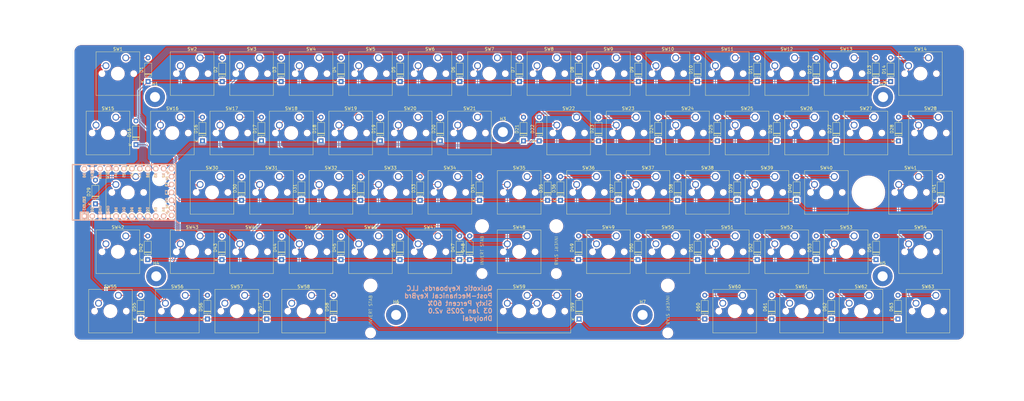
<source format=kicad_pcb>
(kicad_pcb (version 20240108) (generator "pcbnew") (generator_version "8.0")
  (title_block (title "Post-Mechanical 60 Percent") (date "2025-01-10") (rev "2") (company "Quixotic Keyboards, LLC") (comment 2 "Final for the new tight case and future minimalist case"))
  (layers (0 "F.Cu" signal) (31 "B.Cu" signal) (34 "B.Paste" user) (35 "F.Paste" user) (36 "B.SilkS" user "B.Silkscreen") (37 "F.SilkS" user "F.Silkscreen") (38 "B.Mask" user) (39 "F.Mask" user) (44 "Edge.Cuts" user))
  (net 0 "")
  (net 1 "Net-(D1-A)")
  (net 2 "Row0")
  (net 3 "Net-(D2-A)")
  (net 4 "Net-(D3-A)")
  (net 5 "Net-(D4-A)")
  (net 6 "Net-(D5-A)")
  (net 7 "Net-(D6-A)")
  (net 8 "Net-(D7-A)")
  (net 9 "Net-(D8-A)")
  (net 10 "Net-(D9-A)")
  (net 11 "Net-(D10-A)")
  (net 12 "Net-(D11-A)")
  (net 13 "Net-(D12-A)")
  (net 14 "Net-(D13-A)")
  (net 15 "Net-(D14-A)")
  (net 16 "Net-(D15-A)")
  (net 17 "Net-(D16-A)")
  (net 18 "Net-(D17-A)")
  (net 19 "Row1")
  (net 20 "Net-(D18-A)")
  (net 21 "Net-(D19-A)")
  (net 22 "Net-(D20-A)")
  (net 23 "Net-(D21-A)")
  (net 24 "Net-(D22-A)")
  (net 25 "Net-(D23-A)")
  (net 26 "Net-(D24-A)")
  (net 27 "Net-(D25-A)")
  (net 28 "Net-(D26-A)")
  (net 29 "Net-(D27-A)")
  (net 30 "Net-(D28-A)")
  (net 31 "Net-(D29-A)")
  (net 32 "Net-(D30-A)")
  (net 33 "Net-(D31-A)")
  (net 34 "Net-(D32-A)")
  (net 35 "Net-(D33-A)")
  (net 36 "Row2")
  (net 37 "Net-(D34-A)")
  (net 38 "Net-(D35-A)")
  (net 39 "Net-(D36-A)")
  (net 40 "Net-(D37-A)")
  (net 41 "Net-(D38-A)")
  (net 42 "Net-(D39-A)")
  (net 43 "Net-(D40-A)")
  (net 44 "Net-(D41-A)")
  (net 45 "Net-(D42-A)")
  (net 46 "Net-(D43-A)")
  (net 47 "Net-(D44-A)")
  (net 48 "Net-(D45-A)")
  (net 49 "Net-(D46-A)")
  (net 50 "Net-(D51-A)")
  (net 51 "Row3")
  (net 52 "Net-(D52-A)")
  (net 53 "Net-(D53-A)")
  (net 54 "Net-(D54-A)")
  (net 55 "Net-(D55-A)")
  (net 56 "Net-(D56-A)")
  (net 57 "Net-(D57-A)")
  (net 58 "Net-(D58-A)")
  (net 59 "Net-(D59-A)")
  (net 60 "Net-(D60-A)")
  (net 61 "Net-(D61-A)")
  (net 62 "Net-(D62-A)")
  (net 63 "Net-(D63-A)")
  (net 64 "Row4")
  (net 65 "Col0")
  (net 66 "Col1")
  (net 67 "Col2")
  (net 68 "Col3")
  (net 69 "Col4")
  (net 70 "Col5")
  (net 71 "Col6")
  (net 72 "Col7")
  (net 73 "Col8")
  (net 74 "Col9")
  (net 75 "Col10")
  (net 76 "Col11")
  (net 77 "Col12")
  (net 78 "Col13")
  (net 79 "Net-(D47-A)")
  (net 80 "Net-(D48-A)")
  (net 81 "Net-(D49-A)")
  (net 82 "Net-(D50-A)")
  (net 84 "+5V")
  (net 85 "GND")
  (footprint "Button_Switch_Keyboard:SW_Cherry_MX_1.00u_PCB" (layer "F.Cu") (at 134.105 89.5125)
    (property "Reference" "SW3")
    (property "Value" "SW_Push")
  )
  (footprint "Button_Switch_Keyboard:SW_Cherry_MX_1.00u_PCB" (layer "F.Cu") (at 324.605 146.6625)
    (property "Reference" "SW53")
    (property "Value" "SW_Push")
  )
  (footprint "Button_Switch_Keyboard:SW_Cherry_MX_1.00u_PCB" (layer "F.Cu") (at 286.505 89.5125)
    (property "Reference" "SW11")
    (property "Value" "SW_Push")
  )
  (footprint "Button_Switch_Keyboard:SW_Cherry_MX_1.00u_PCB" (layer "F.Cu") (at 159.51125 127.6125)
    (property "Reference" "SW32")
    (property "Value" "SW_Push")
  )
  (footprint "Diode_THT:D_DO-35_SOD27_P7.62mm_Horizontal" (layer "F.Cu") (at 198.21375 154.2825 90)
    (property "Reference" "D47")
    (property "Value" "1N4148")
  )
  (footprint "Button_Switch_Keyboard:SW_Cherry_MX_1.25u_PCB" (layer "F.Cu") (at 88.86375 165.7075)
    (property "Reference" "SW55")
    (property "Value" "SW_Push")
  )
  (footprint "Button_Switch_Keyboard:SW_Cherry_MX_1.00u_PCB" (layer "F.Cu") (at 311.89625 108.5625)
    (property "Reference" "SW26")
    (property "Value" "SW_Push")
  )
  (footprint "Button_Switch_Keyboard:SW_Cherry_MX_1.00u_PCB" (layer "F.Cu") (at 248.405 146.6625)
    (property "Reference" "SW49")
    (property "Value" "SW_Push")
  )
  (footprint "Button_Switch_Keyboard:SW_Cherry_MX_1.25u_PCB" (layer "F.Cu") (at 150.77375 165.7175)
    (property "Reference" "SW58")
    (property "Value" "SW_Push")
  )
  (footprint "Button_Switch_Keyboard:SW_Cherry_MX_1.00u_PCB" (layer "F.Cu") (at 115.05375 89.5125)
    (property "Reference" "SW2")
    (property "Value" "SW_Push")
  )
  (footprint "Diode_THT:D_DO-35_SOD27_P7.62mm_Horizontal" (layer "F.Cu") (at 141.16495 154.2825 90)
    (property "Reference" "D44")
    (property "Value" "1N4148")
  )
  (footprint "Diode_THT:D_DO-35_SOD27_P7.62mm_Horizontal" (layer "F.Cu") (at 185.56415 135.2325 90)
    (property "Reference" "D33")
    (property "Value" "1N4148")
  )
  (footprint "Button_Switch_Keyboard:SW_Cherry_MX_1.00u_PCB" (layer "F.Cu") (at 267.455 89.5125)
    (property "Reference" "SW10")
    (property "Value" "SW_Push")
  )
  (footprint "Diode_THT:D_DO-35_SOD27_P7.62mm_Horizontal" (layer "F.Cu") (at 217.39035 97.1325 90)
    (property "Reference" "D7")
    (property "Value" "1N4148")
  )
  (footprint "Diode_THT:D_DO-35_SOD27_P7.62mm_Horizontal" (layer "F.Cu") (at 338.65 173.3 90)
    (property "Reference" "D63")
    (property "Value" "1N4148")
  )
  (footprint "Diode_THT:D_DO-35_SOD27_P7.62mm_Horizontal" (layer "F.Cu") (at 179.16335 97.1325 90)
    (property "Reference" "D5")
    (property "Value" "1N4148")
  )
  (footprint "MountingHole:MountingHole_3.2mm_M3_Pad" (layer "F.Cu") (at 333.74775 159.6)
    (property "Reference" "H5")
    (property "Value" "Hole")
  )
  (footprint "Diode_THT:D_DO-35_SOD27_P7.62mm_Horizontal" (layer "F.Cu") (at 198.26415 97.1325 90)
    (property "Reference" "D6")
    (property "Value" "1N4148")
  )
  (footprint "Diode_THT:D_DO-35_SOD27_P7.62mm_Horizontal" (layer "F.Cu") (at 166.48875 135.2325 90)
    (property "Reference" "D32")
    (property "Value" "1N4148")
  )
  (footprint "Diode_THT:D_DO-35_SOD27_P7.62mm_Horizontal" (layer "F.Cu") (at 218.68375 116.1825 90)
    (property "Reference" "D21")
    (property "Value" "1N4148")
  )
  (footprint "Diode_THT:D_DO-35_SOD27_P7.62mm_Horizontal" (layer "F.Cu") (at 318.88875 116.1825 90)
    (property "Reference" "D27")
    (property "Value" "1N4148")
  )
  (footprint "Diode_THT:D_DO-35_SOD27_P7.62mm_Horizontal" (layer "F.Cu") (at 306.18875 135.2325 90)
    (property "Reference" "D40")
    (property "Value" "1N4148")
  )
  (footprint "Diode_THT:D_DO-35_SOD27_P7.62mm_Horizontal" (layer "F.Cu") (at 336.3 97.1325 90)
    (property "Reference" "D14")
    (property "Value" "1N4148")
  )
  (footprint "Diode_THT:D_DO-35_SOD27_P7.62mm_Horizontal" (layer "F.Cu") (at 94.51375 117.3775 90)
    (property "Reference" "D15")
    (property "Value" "1N4148")
  )
  (footprint "Button_Switch_Keyboard:SW_Cherry_MX_1.00u_PCB" (layer "F.Cu") (at 329.3675 165.7125)
    (property "Reference" "SW62")
    (property "Value" "SW_Push")
  )
  (footprint "Dholydai_MX:SW_Cherry_MX_1.8333u_PCB" (layer "F.Cu") (at 94.42125 127.61375)
    (property "Reference" "SW29")
    (property "Value" "SW_Push")
  )
  (footprint "Diode_THT:D_DO-35_SOD27_P7.62mm_Horizontal" (layer "F.Cu") (at 299.86415 116.1825 90)
    (property "Reference" "D26")
    (property "Value" "1N4148")
  )
  (footprint "Diode_THT:D_DO-35_SOD27_P7.62mm_Horizontal" (layer "F.Cu") (at 274.46415 154.2825 90)
    (property "Reference" "D51")
    (property "Value" "1N4148")
  )
  (footprint "Button_Switch_Keyboard:SW_Cherry_MX_1.00u_PCB" (layer "F.Cu") (at 108.7025 108.5625)
    (property "Reference" "SW16")
    (property "Value" "SW_Push")
  )
  (footprint "MountingHole:MountingHole_3.2mm_M3_Pad" (layer "F.Cu") (at 212.07375 113.3175)
    (property "Reference" "H3")
    (property "Value" "Hole")
  )
  (footprint "Diode_THT:D_DO-35_SOD27_P7.62mm_Horizontal" (layer "F.Cu") (at 280.78875 116.1825 90)
    (property "Reference" "D25")
    (property "Value" "1N4148")
  )
  (footprint "Diode_THT:D_DO-35_SOD27_P7.62mm_Horizontal" (layer "F.Cu") (at 338.82775 116.1825 90)
    (property "Reference" "D28")
    (property "Value" "1N4148")
  )
  (footprint "Button_Switch_Keyboard:SW_Cherry_MX_1.00u_PCB" (layer "F.Cu") (at 235.69375 108.5625)
    (property "Reference" "SW22")
    (property "Value" "SW_Push")
  )
  (footprint "Button_Switch_Keyboard:SW_Cherry_MX_1.00u_PCB" (layer "F.Cu") (at 310.3175 165.7125)
    (property "Reference" "SW61")
    (property "Value" "SW_Push")
  )
  (footprint "Diode_THT:D_DO-35_SOD27_P7.62mm_Horizontal" (layer "F.Cu") (at 268.03795 135.2325 90)
    (property "Reference" "D38")
    (property "Value" "1N4148")
  )
  (footprint "Button_Switch_Keyboard:SW_Cherry_MX_1.00u_PCB" (layer "F.Cu") (at 286.505 146.6625)
    (property "Reference" "SW51")
    (property "Value" "SW_Push")
  )
  (footprint "Button_Switch_Keyboard:SW_Cherry_MX_1.00u_PCB" (layer "F.Cu") (at 146.8025 108.5625)
    (property "Reference" "SW18")
    (property "Value" "SW_Push")
  )
  (footprint "Button_Switch_Keyboard:SW_Cherry_MX_1.00u_PCB" (layer "F.Cu") (at 318.25625 127.61375)
    (property "Reference" "SW40")
    (property "Value" "SW_Push" (hide yes))
  )
  (footprint "Button_Switch_Keyboard:SW_Cherry_MX_1.00u_PCB" (layer "F.Cu") (at 324.605 89.5125)
    (property "Reference" "SW13")
    (property "Value" "SW_Push")
  )
  (footprint "Diode_THT:D_DO-35_SOD27_P7.62mm_Horizontal" (layer "F.Cu") (at 261.81495 116.1825 90)
    (property "Reference" "D24")
    (property "Value" "1N4148")
  )
  (footprint "Diode_THT:D_DO-35_SOD27_P7.62mm_Horizontal" (layer "F.Cu") (at 98.39135 97.1325 90)
    (property "Reference" "D1")
    (property "Value" "1N4148")
  )
  (footprint "MountingHole:MountingHole_3.2mm_M3_Pad" (layer "F.Cu") (at 101 159.6)
    (property "Reference" "H4")
    (property "Value" "Hole")
  )
  (footprint "Button_Switch_Keyboard:SW_Cherry_MX_1.00u_PCB" (layer "F.Cu") (at 229.355 89.5125)
    (property "Reference" "SW8")
    (property "Value" "SW_Push")
  )
  (footprint "Diode_THT:D_DO-35_SOD27_P7.62mm_Horizontal" (layer "F.Cu") (at 312.46255 154.2825 90)
    (property "Reference" "D53")
    (property "Value" "1N4148")
  )
  (footprint "Diode_THT:D_DO-35_SOD27_P7.62mm_Horizontal" (layer "F.Cu") (at 287.16415 135.2325 90)
    (property "Reference" "D39")
    (property "Value" "1N4148")
  )
  (footprint "Dholydai_MX:SW_Cherry_MX_1.8333u_PCB" (layer "F.Cu") (at 345.23625 127.61375)
    (property "Reference" "SW41")
    (property "Value" "SW_Push")
  )
  (footprint "Diode_THT:D_DO-35_SOD27_P7.62mm_Horizontal" (layer "F.Cu") (at 179.11375 154.2825 90)
    (property "Reference" "D46")
    (property "Value" "1N4148")
  )
  (footprint "Button_Switch_Keyboard:SW_Cherry_MX_1.25u_PCB" (layer "F.Cu") (at 288.88625 165.7125)
    (property "Reference" "SW60")
    (property "Value" "SW_Push")
  )
  (footprint "Dholydai_MX:SW_Cherry_MX_1.1666u_PCB" (layer "F.Cu") (at 351.58625 108.5625)
    (property "Reference" "SW28")
    (property "Value" "SW_Push")
  )
  (footprint "Button_Switch_Keyboard:SW_Cherry_MX_1.00u_PCB" (layer "F.Cu") (at 165.8525 108.5625)
    (property "Reference" "SW19")
    (property "Value" "SW_Push")
  )
  (footprint "Diode_THT:D_DO-35_SOD27_P7.62mm_Horizontal" (layer "F.Cu") (at 96.00375 173.3 90)
    (property "Reference" "D55")
    (property "Value" "1N4148")
  )
  (footprint "Diode_THT:D_DO-35_SOD27_P7.62mm_Horizontal" (layer "F.Cu") (at 204.58875 135.2325 90)
    (property "Reference" "D34")
    (property "Value" "1N4148")
  )
  (footprint "Diode_THT:D_DO-35_SOD27_P7.62mm_Horizontal" (layer "F.Cu") (at 115.81375 116.1825 90)
    (property "Reference" "D16")
    (property "Value" "1N4148")
  )
  (footprint "Diode_THT:D_DO-35_SOD27_P7.62mm_Horizontal" (layer "F.Cu") (at 236.46575 173.3 90)
    (property "Reference" "D59")
    (property "Value" "1N4148")
  )
  (footprint "Button_Switch_Keyboard:SW_Cherry_MX_1.00u_PCB" (layer "F.Cu") (at 305.555 146.6625)
    (property "Reference" "SW52")
    (property "Value" "SW_Push")
  )
  (footprint "Dholydai_MX:SW_Ch_Inv_MX_6.00u_PCB_Stagger" (layer "F.Cu") (at 219.830633 165.715605)
    (property "Reference" "SW59")
    (property "Value" "SW_Push")
  )
  (footprint "Diode_THT:D_DO-35_SOD27_P7.62mm_Horizontal" (layer "F.Cu") (at 226.4 135.2325 90)
    (property "Reference" "D35")
    (property "Value" "1N4148")
  )
  (footprint "Diode_THT:D_DO-35_SOD27_P7.62mm_Horizontal" (layer "F.Cu") (at 141.01255 97.1325 90)
    (property "Reference" "D3")
    (property "Value" "1N4148")
  )
  (footprint "Button_Switch_Keyboard:SW_Cherry_MX_1.00u_PCB" (layer "F.Cu") (at 172.205 89.5125)
    (property "Reference" "SW5")
    (property "Value" "SW_Push")
  )
  (footprint "Button_Switch_Keyboard:SW_Cherry_MX_1.50u_PCB" (layer "F.Cu") (at 348.4175 146.6625)
    (property "Reference" "SW54")
    (property "Value" "SW_Push")
  )
  (footprint "Button_Switch_Keyboard:SW_Cherry_MX_1.00u_PCB" (layer "F.Cu") (at 305.555 89.5125)
    (property "Reference" "SW12")
    (property "Value" "SW_Push")
  )
  (footprint "MountingHole:MountingHole_3.2mm_M3_Pad" (layer "F.Cu") (at 100.6 102.1)
    (property "Reference" "H1")
    (property "Value" "Hole")
  )
  (footprint "Button_Switch_Keyboard:SW_Cherry_MX_1.00u_PCB" (layer "F.Cu") (at 203.95375 108.5625)
    (property "Reference" "SW21")
    (property "Value" "SW_Push")
  )
  (footprint "Button_Switch_Keyboard:SW_Cherry_MX_1.00u_PCB" (layer "F.Cu") (at 191.255 89.5125)
    (property "Reference" "SW6")
    (property "Value" "SW_Push")
  )
  (footprint "Diode_THT:D_DO-35_SOD27_P7.62mm_Horizontal" (layer "F.Cu") (at 160.21495 97.1325 90)
    (property "Reference" "D4")
    (property "Value" "1N4148")
  )
  (footprint "Button_Switch_Keyboard:SW_Cherry_MX_1.00u_PCB" (layer "F.Cu") (at 197.61125 127.6125)
    (property "Reference" "SW34")
    (property "Value" "SW_Push")
  )
  (footprint "Button_Switch_Keyboard:SW_Cherry_MX_1.00u_PCB" (layer "F.Cu") (at 115.055 146.6625)
    (property "Reference" "SW43")
    (property "Value" "SW_Push")
  )
  (footprint "Diode_THT:D_DO-35_SOD27_P7.62mm_Horizontal" (layer "F.Cu") (at 201.41375 154.2825 90)
    (property "Reference" "D48")
    (property "Value" "1N4148")
  )
  (footprint "Button_Switch_Keyboard:SW_Cherry_MX_1.50u_PCB" (layer "F.Cu") (at 91.24125 89.5125)
    (property "Reference" "SW1")
    (property "Value" "SW_Push")
  )
  (footprint "Diode_THT:D_DO-35_SOD27_P7.62mm_Horizontal" (layer "F.Cu") (at 136.40375 173.3 90)
    (property "Reference" "D57")
    (property "Value" "1N4148")
  )
  (footprint "Button_Switch_Keyboard:SW_Cherry_MX_1.00u_PCB" (layer "F.Cu") (at 267.45375 146.6575)
    (property "Reference" "SW50")
    (property "Value" "SW_Push")
  )
  (footprint "Button_Switch_Keyboard:SW_Cherry_MX_1.00u_PCB" (layer "F.Cu") (at 273.79625 108.5625)
    (property "Reference" "SW24")
    (property "Value" "SW_Push")
  )
  (footprint "Button_Switch_Keyboard:SW_Cherry_MX_1.00u_PCB" (layer "F.Cu") (at 210.305 89.5125)
    (property "Reference" "SW7")
    (property "Value" "SW_Push")
  )
  (footprint "Button_Switch_Keyboard:SW_Cherry_MX_1.00u_PCB" (layer "F.Cu") (at 261.10625 127.61375)
    (property "Reference" "SW37")
    (property "Value" "SW_Push")
  )
  (footprint "MountingHole:MountingHole_3.2mm_M3_Pad" (layer "F.Cu") (at 177.85 172)
    (property "Reference" "H6")
    (property "Value" "Hole")
  )
  (footprint "Button_Switch_Keyboard:SW_Cherry_MX_1.00u_PCB" (layer "F.Cu") (at 242.05625 127.61375)
    (property "Reference" "SW36")
    (property "Value" "SW_Push")
  )
  (footprint "Diode_THT:D_DO-35_SOD27_P7.62mm_Horizontal" (layer "F.Cu") (at 230.52215 135.2325 90)
    (property "Reference" "D36")
    (property "Value" "1N4148")
  )
  (footprint "Dholydai_MX:SW_Ch_Inv_MX_2.00u_PCB" (layer "F.Cu") (at 219.827439 146.663531)
    (property "Reference" "SW48")
    (property "Value" "SW_Push")
  )
  (footprint "Button_Switch_Keyboard:SW_Cherry_MX_1.00u_PCB" (layer "F.Cu") (at 129.3425 165.7125)
    (property "Reference" "SW57")
    (property "Value" "SW_Push")
  )
  (footprint "Diode_THT:D_DO-35_SOD27_P7.62mm_Horizontal" (layer "F.Cu") (at 249.03875 135.2325 90)
    (property "Reference" "D37")
    (property "Value" "1N4148")
  )
  (footprint "Diode_THT:D_DO-35_SOD27_P7.62mm_Horizontal" (layer "F.Cu") (at 134.71335 116.1825 90)
    (property "Reference" "D17")
    (property "Value" "1N4148")
  )
  (footprint "Diode_THT:D_DO-35_SOD27_P7.62mm_Horizontal" (layer "F.Cu") (at 122.03875 154.2825 90)
    (property "Reference" "D43")
    (property "Value" "1N4148")
  )
  (footprint "Diode_THT:D_DO-35_SOD27_P7.62mm_Horizontal" (layer "F.Cu") (at 317.306 173.3 90)
    (property "Reference" "D62")
    (property "Value" "1N4148")
  )
  (footprint "Button_Switch_Keyboard:SW_Cherry_MX_1.00u_PCB" (layer "F.Cu") (at 178.56125 127.6125)
    (property "Reference" "SW33")
    (property "Value" "SW_Push")
  )
  (footprint "Diode_THT:D_DO-35_SOD27_P7.62mm_Horizontal" (layer "F.Cu") (at 331.56335 97.1325 90)
    (property "Reference" "D13")
    (property "Value" "1N4148")
  )
  (footprint "Diode_THT:D_DO-35_SOD27_P7.62mm_Horizontal" (layer "F.Cu") (at 147.54035 135.2325 90)
    (property "Reference" "D31")
    (property "Value" "1N4148")
  )
  (footprint "Diode_THT:D_DO-35_SOD27_P7.62mm_Horizontal" (layer "F.Cu") (at 191.990351 116.1825 90)
    (property "Reference" "D20")
    (property "Value" "1N4148")
  )
  (footprint "Button_Switch_Keyboard:SW_Cherry_MX_1.00u_PCB" (layer "F.Cu") (at 153.155 89.5125)
    (property "Reference" "SW4")
    (property "Value" "SW_Push")
  )
  (footprint "MountingHole:MountingHole_3.2mm_M3_Pad" (layer "F.Cu") (at 333.892555 102.1)
    (property "Reference" "H2")
    (property "Value" "Hole")
  )
  (footprint "Button_Switch_Keyboard:SW_Cherry_MX_1.25u_PCB" (layer "F.Cu") (at 350.79875 165.7125)
    (property "Reference" "SW63")
    (property "Value" "SW_Push")
  )
  (footprint "Button_Switch_Keyboard:SW_Cherry_MX_1.00u_PCB" (layer "F.Cu") (at 292.84625 108.5625)
    (property "Reference" "SW25")
    (property "Value" "SW_Push")
  )
  (footprint "Button_Switch_Keyboard:SW_Cherry_MX_1.00u_PCB" (layer "F.Cu") (at 121.41125 127.6125)
    (property "Reference" "SW30")
    (property "Value" "SW_Push")
  )
  (footprint "Diode_THT:D_DO-35_SOD27_P7.62mm_Horizontal" (layer "F.Cu") (at 117.40375 173.3 90)
    (property "Reference" "D56")
    (property "Value" "1N4148")
  )
  (footprint "Diode_THT:D_DO-35_SOD27_P7.62mm_Horizontal" (layer "F.Cu") (at 312.48795 97.1325 90)
    (property "Reference" "D12")
    (property "Value" "1N4148")
  )
  (footprint "Button_Switch_Keyboard:SW_Cherry_MX_1.50u_PCB" (layer "F.Cu") (at 348.4175 89.5125)
    (property "Reference" "SW14")
    (property "Value" "SW_Push")
  )
  (footprint "Keebio-Parts:Elite-C" (layer "F.Cu") (at 91.94375 132.6875)
    (property "Reference" "U1" (hide yes))
    (property "Value" "Elite-C" (hide yes))
  )
  (footprint "Button_Switch_Keyboard:SW_Cherry_MX_1.00u_PCB" (layer "F.Cu") (at 172.205 146.6625)
    (property "Reference" "SW46")
    (property "Value" "SW_Push")
  )
  (footprint "Button_Switch_Keyboard:SW_Cherry_MX_1.00u_PCB" (layer "F.Cu") (at 299.20625 127.61375)
    (property "Reference" "SW39")
    (property "Value" "SW_Push")
  )
  (footprint "Button_Switch_Keyboard:SW_Cherry_MX_1.00u_PCB" (layer "F.Cu") (at 140.46125 127.6125)
    (property "Reference" "SW31")
    (property "Value" "SW_Push")
  )
  (footprint "Diode_THT:D_DO-35_SOD27_P7.62mm_Horizontal" (layer "F.Cu") (at 223.68955 116.1825 90)
    (property "Reference" "D22")
    (property "Value" "1N4148")
  )
  (footprint "Dholydai_MX:SW_Cherry_MX_1.3333u_PCB" (layer "F.Cu") (at 219.83625 127.61375)
    (property "Reference" "SW35")
    (property "Value" "SW_Push")
  )
  (footprint "Diode_THT:D_DO-35_SOD27_P7.62mm_Horizontal" (layer "F.Cu") (at 293.56495 154.2825 90)
    (property "Reference" "D52")
    (property "Value" "1N4148")
  )
  (footprint "Diode_THT:D_DO-35_SOD27_P7.62mm_Horizontal" (layer "F.Cu") (at 276.75015 173.3 90)
    (property "Reference" "D60")
    (property "Value" "1N4148")
  )
  (footprint "Diode_THT:D_DO-35_SOD27_P7.62mm_Horizontal" (layer "F.Cu") (at 157.82735 173.3 90)
    (property "Reference" "D58")
    (property "Value" "1N4148")
  )
  (footprint "Diode_THT:D_DO-35_SOD27_P7.62mm_Horizontal" (layer "F.Cu") (at 293.56495 97.1325 90)
    (property "Reference" "D11")
    (property "Value" "1N4148")
  )
  (footprint "Diode_THT:D_DO-35_SOD27_P7.62mm_Horizontal" (layer "F.Cu") (at 352.33375 135.2325 90)
    (property "Reference" "D41")
    (property "Value" "1N4148")
  )
  (footprint "Diode_THT:D_DO-35_SOD27_P7.62mm_Horizontal" (layer "F.Cu") (at 242.71415 116.1825 90)
    (property "Reference" "D23")
    (property "Value" "1N4148")
  )
  (footprint "Diode_THT:D_DO-35_SOD27_P7.62mm_Horizontal" (layer "F.Cu") (at 236.31335 154.2825 90)
    (property "Reference" "D49")
    (property "Value" "1N4148")
  )
  (footprint "Diode_THT:D_DO-35_SOD27_P7.62mm_Horizontal" (layer "F.Cu") (at 331.63955 154.2825 90)
    (property "Reference" "D54")
    (property "Value" "1N4148")
  )
  (footprint "Button_Switch_Keyboard:SW_Cherry_MX_1.00u_PCB" (layer "F.Cu") (at 248.405 89.5125)
    (property "Reference" "SW9")
    (property "Value" "SW_Push")
  )
  (footprint "Button_Switch_Keyboard:SW_Cherry_MX_1.00u_PCB" (layer "F.Cu") (at 191.255 146.6625)
    (property "Reference" "SW47")
    (property "Value" "SW_Push")
  )
  (footprint "Dholydai_MX:SW_Cherry_MX_1.1666u_PCB" (layer "F.Cu") (at 88.06625 108.5625)
    (property "Reference" "SW15")
    (property "Value" "SW_Push")
  )
  (footprint "Diode_THT:D_DO-35_SOD27_P7.62mm_Horizontal" (layer "F.Cu") (at 160.18955 154.2825 90)
    (property "Reference" "D45")
    (property "Value" "1N4148")
  )
  (footprint "Diode_THT:D_DO-35_SOD27_P7.62mm_Horizontal" (layer "F.Cu") (at 122.14035 97.1325 90)
    (property "Reference" "D2")
    (property "Value" "1N4148")
  )
  (footprint "Button_Switch_Keyboard:SW_Cherry_MX_1.00u_PCB" (layer "F.Cu") (at 184.9025 108.5625)
    (property "Reference" "SW20")
    (property "Value" "SW_Push")
  )
  (footprint "Diode_THT:D_DO-35_SOD27_P7.62mm_Horizontal" (layer "F.Cu") (at 298.2 173.3 90)
    (property "Reference" "D61")
    (property "Value" "1N4148")
  )
  (footprint "Diode_THT:D_DO-35_SOD27_P7.62mm_Horizontal" (layer "F.Cu") (at 255.36335 154.2825 90)
    (property "Reference" "D50")
    (property "Value" "1N4148")
  )
  (footprint "Diode_THT:D_DO-35_SOD27_P7.62mm_Horizontal" (layer "F.Cu") (at 172.78795 116.1825 90)
    (property "Reference" "D19")
    (property "Value" "1N4148")
  )
  (footprint "Diode_THT:D_DO-35_SOD27_P7.62mm_Horizontal" (layer "F.Cu") (at 81.51375 136.3775 90)
    (property "Reference" "D29")
    (property "Value" "1N4148")
  )
  (footprint "Button_Switch_Keyboard:SW_Cherry_MX_1.00u_PCB" (layer "F.Cu") (at 280.15625 127.61375)
    (property "Reference" "SW38")
    (property "Value" "SW_Push")
  )
  (footprint "Button_Switch_Keyboard:SW_Cherry_MX_1.00u_PCB" (layer "F.Cu") (at 127.7525 108.5625)
    (property "Reference" "SW17")
    (property "Value" "SW_Push")
  )
  (footprint "MountingHole:MountingHole_3.2mm_M3_Pad" (layer "F.Cu") (at 256.85 172)
    (property "Reference" "H7")
    (property "Value" "Hole")
  )
  (footprint "Button_Switch_Keyboard:SW_Cherry_MX_1.00u_PCB" (layer "F.Cu") (at 110.2925 165.7125)
    (property "Reference" "SW56")
    (property "Value" "SW_Push")
  )
  (footprint "Diode_THT:D_DO-35_SOD27_P7.62mm_Horizontal" (layer "F.Cu") (at 98.28975 154.2825 90)
    (property "Reference" "D42")
    (property "Value" "1N4148")
  )
  (footprint "Button_Switch_Keyboard:SW_Cherry_MX_1.00u_PCB" (layer "F.Cu") (at 134.105 146.6625)
    (property "Reference" "SW44")
    (property "Value" "SW_Push")
  )
  (footprint "Button_Switch_Keyboard:SW_Cherry_MX_1.50u_PCB" (layer "F.Cu") (at 91.2425 146.6625)
    (property "Reference" "SW42")
    (property "Value" "SW_Push")
  )
  (footprint "Button_Switch_Keyboard:SW_Cherry_MX_1.00u_PCB" (layer "F.Cu") (at 153.155 146.6625)
    (property "Reference" "SW45")
    (property "Value" "SW_Push")
  )
  (footprint "Diode_THT:D_DO-35_SOD27_P7.62mm_Horizontal" (layer "F.Cu") (at 255.49035 97.1325 90)
    (property "Reference" "D9")
    (property "Value" "1N4148")
  )
  (footprint "Diode_THT:D_DO-35_SOD27_P7.62mm_Horizontal" (layer "F.Cu") (at 274.43875 97.1325 90)
    (property "Reference" "D10")
    (property "Value" "1N4148")
  )
  (footprint "Button_Switch_Keyboard:SW_Cherry_MX_1.00u_PCB" (layer "F.Cu") (at 254.74625 108.5625)
    (property "Reference" "SW23")
    (property "Value" "SW_Push")
  )
  (footprint "Diode_THT:D_DO-35_SOD27_P7.62mm_Horizontal" (layer "F.Cu") (at 128.33795 135.2325 90)
    (property "Reference" "D30")
    (property "Value" "1N4148")
  )
  (footprint "Diode_THT:D_DO-35_SOD27_P7.62mm_Horizontal" (layer "F.Cu") (at 153.81415 116.1825 90)
    (property "Reference" "D18")
    (property "Value" "1N4148")
  )
  (footprint "Button_Switch_Keyboard:SW_Cherry_MX_1.00u_PCB" (layer "F.Cu") (at 330.94625 108.5625)
    (property "Reference" "SW27")
    (property "Value" "SW_Push")
  )
  (footprint "Diode_THT:D_DO-35_SOD27_P7.62mm_Horizontal" (layer "F.Cu") (at 236.38955 97.1325 90)
    (property "Reference" "D8")
    (property "Value" "1N4148")
  )
  (gr_arc (start 74.41375 87.6075) (mid 75.157699 85.811449) (end 76.95375 85.0675) (stroke (width 0.05)) (layer "Edge.Cuts"))
  (gr_circle (center 329.18375 132.6575) (end 334.18375 132.6575) (stroke (width 0.05)) (fill none) (layer "Edge.Cuts"))
  (gr_line (start 76.95375 85.0675) (end 357.62375 85.0675) (stroke (width 0.05)) (layer "Edge.Cuts"))
  (gr_line (start 76.9537 180.3175) (end 357.625667 180.3175) (stroke (width 0.05)) (layer "Edge.Cuts"))
  (gr_line (start 74.41375 176) (end 74.41375 87.6075) (stroke (width 0.05)) (layer "Edge.Cuts"))
  (gr_arc (start 360.165667 177.775593) (mid 359.421694 179.57162) (end 357.625667 180.315593) (stroke (width 0.05)) (layer "Edge.Cuts"))
  (gr_circle (center 102.05 136.95) (end 104.05 136.95) (stroke (width 0.05)) (fill none) (layer "Edge.Cuts"))
  (gr_line (start 360.16375 87.6075) (end 360.16375 177.775593) (stroke (width 0.05)) (layer "Edge.Cuts"))
  (gr_arc (start 357.62375 85.0675) (mid 359.419801 85.811449) (end 360.16375 87.6075) (stroke (width 0.05)) (layer "Edge.Cuts"))
  (gr_arc (start 76.9537 180.3175) (mid 75.157681 179.573534) (end 74.4137 177.7775) (stroke (width 0.05)) (layer "Edge.Cuts"))
  (gr_line (start 74.41375 176) (end 74.41375 177.7775) (stroke (width 0.05)) (layer "Edge.Cuts"))
  (gr_circle (center 102.05 128.3) (end 104.05 128.3) (stroke (width 0.05)) (fill none) (layer "Edge.Cuts"))
  (gr_text "Quixotic Keyboards, LLC\nPost-Mechanical KeyBrd\nSixty Percent 60%\n03 Jan 2025 v2.0\nDholydai" (at 208.88135 174 0) (layer "B.SilkS") (effects (font (size 1.5 1.5) (thickness 0.3) (bold yes)) (justify left bottom mirror)))
  (segment (start 91.24125 89.5125) (end 98.39135 89.5125) (width 0.2) (layer "F.Cu") (net 1))
  (segment (start 95.29255 108.980665) (end 95.29255 100.2313) (width 0.2) (layer "F.Cu") (net 2))
  (segment (start 107.09005 121.5438) (end 95.61375 110.0675) (width 0.2) (layer "F.Cu") (net 2))
  (segment (start 105.91375 127.6075) (end 107.09005 126.4312) (width 0.2) (layer "F.Cu") (net 2))
  (segment (start 95.61375 109.301865) (end 95.29255 108.980665) (width 0.2) (layer "F.Cu") (net 2))
  (segment (start 107.09005 126.4312) (end 107.09005 121.5438) (width 0.2) (layer "F.Cu") (net 2))
  (segment (start 95.61375 110.0675) (end 95.61375 109.301865) (width 0.2) (layer "F.Cu") (net 2))
  (segment (start 95.29255 100.2313) (end 98.39135 97.1325) (width 0.2) (layer "F.Cu") (net 2))
  (segment (start 179.16335 97.1325) (end 160.21495 97.1325) (width 0.2) (layer "B.Cu") (net 2))
  (segment (start 255.814436 97.1325) (end 255.652393 97.294543) (width 0.2) (layer "B.Cu") (net 2))
  (segment (start 255.46495 97.1325) (end 236.38955 97.1325) (width 0.2) (layer "B.Cu") (net 2))
  (segment (start 160.21495 97.1325) (end 141.01255 97.1325) (width 0.2) (layer "B.Cu") (net 2))
  (segment (start 274.43875 97.1325) (end 255.814436 97.1325) (width 0.2) (layer "B.Cu") (net 2))
  (segment (start 255.49035 97.1071) (end 255.46495 97.1325) (width 0.2) (layer "B.Cu") (net 2))
  (segment (start 312.48795 97.1325) (end 293.56495 97.1325) (width 0.2) (layer "B.Cu") (net 2))
  (segment (start 293.56495 97.1325) (end 274.43875 97.1325) (width 0.2) (layer "B.Cu") (net 2))
  (segment (start 217.39035 97.1325) (end 198.26415 97.1325) (width 0.2) (layer "B.Cu") (net 2))
  (segment (start 198.26415 97.1325) (end 179.16335 97.1325) (width 0.2) (layer "B.Cu") (net 2))
  (segment (start 236.38955 97.1325) (end 217.39035 97.1325) (width 0.2) (layer "B.Cu") (net 2))
  (segment (start 331.56335 97.1325) (end 312.48795 97.1325) (width 0.2) (layer "B.Cu") (net 2))
  (segment (start 255.49035 97.1325) (end 255.49035 97.1071) (width 0.2) (layer "B.Cu") (net 2))
  (segment (start 336.3 97.1325) (end 336.3 97.19555) (width 0.2) (layer "B.Cu") (net 2))
  (segment (start 336.23695 97.1325) (end 331.56335 97.1325) (width 0.2) (layer "B.Cu") (net 2))
  (segment (start 122.14035 97.1325) (end 98.39135 97.1325) (width 0.2) (layer "B.Cu") (net 2))
  (segment (start 141.01255 97.1325) (end 122.14035 97.1325) (width 0.2) (layer "B.Cu") (net 2))
  (segment (start 336.3 97.19555) (end 336.23695 97.1325) (width 0.2) (layer "B.Cu") (net 2))
  (segment (start 115.05375 89.5125) (end 122.14035 89.5125) (width 0.2) (layer "F.Cu") (net 3))
  (segment (start 134.105 89.5125) (end 141.01255 89.5125) (width 0.2) (layer "F.Cu") (net 4))
  (segment (start 153.155 89.5125) (end 160.21495 89.5125) (width 0.2) (layer "F.Cu") (net 5))
  (segment (start 172.205 89.5125) (end 179.16335 89.5125) (width 0.2) (layer "F.Cu") (net 6))
  (segment (start 191.255 89.5125) (end 198.26415 89.5125) (width 0.2) (layer "F.Cu") (net 7))
  (segment (start 210.305 89.5125) (end 217.39035 89.5125) (width 0.2) (layer "F.Cu") (net 8))
  (segment (start 229.355 89.5125) (end 236.38955 89.5125) (width 0.2) (layer "F.Cu") (net 9))
  (segment (start 248.405 89.5125) (end 255.49035 89.5125) (width 0.2) (layer "F.Cu") (net 10))
  (segment (start 267.455 89.5125) (end 274.43875 89.5125) (width 0.2) (layer "F.Cu") (net 11))
  (segment (start 286.52375 89.53125) (end 286.505 89.5125) (width 0.2) (layer "F.Cu") (net 12))
  (segment (start 286.505 89.5125) (end 293.56495 89.5125) (width 0.2) (layer "F.Cu") (net 12))
  (segment (start 305.555 89.5125) (end 312.48795 89.5125) (width 0.2) (layer "F.Cu") (net 13))
  (segment (start 324.605 89.5125) (end 331.56335 89.5125) (width 0.2) (layer "F.Cu") (net 14))
  (segment (start 348.4175 89.5125) (end 336.3 89.5125) (width 0.2) (layer "F.Cu") (net 15))
  (segment (start 93.31875 108.5625) (end 94.51375 109.7575) (width 0.2) (layer "F.Cu") (net 16))
  (segment (start 88.06625 108.5625) (end 93.31875 108.5625) (width 0.2) (layer "F.Cu") (net 16))
  (segment (start 108.7025 108.5625) (end 115.81375 108.5625) (width 0.2) (layer "F.Cu") (net 17))
  (segment (start 127.7525 108.5625) (end 134.71335 108.5625) (width 0.2) (layer "F.Cu") (net 18))
  (segment (start 100.920902 130.802452) (end 105.258798 130.802452) (width 0.2) (layer "F.Cu") (net 19))
  (segment (start 99.50895 119.0285) (end 99.50895 129.3905) (width 0.2) (layer "F.Cu") (net 19))
  (segment (start 97.85795 117.3775) (end 94.51375 117.3775) (width 0.2) (layer "F.Cu") (net 19))
  (segment (start 99.50895 129.3905) (end 100.920902 130.802452) (width 0.2) (layer "F.Cu") (net 19))
  (segment (start 97.85795 117.3775) (end 99.50895 119.0285) (width 0.2) (layer "F.Cu") (net 19))
  (segment (start 218.68375 116.1825) (end 223.68955 116.1825) (width 0.2) (layer "F.Cu") (net 19))
  (segment (start 105.258798 130.802452) (end 105.91375 130.1475) (width 0.2) (layer "F.Cu") (net 19))
  (via (at 97.85795 117.3775) (size 0.6) (drill 0.3) (layers "F.Cu" "B.Cu") (net 19))
  (segment (start 97.68015 122.195414) (end 99.375936 123.8912) (width 0.2) (layer "B.Cu") (net 19))
  (segment (start 135.43835 116.9075) (end 153.08915 116.9075) (width 0.2) (layer "B.Cu") (net 19))
  (segment (start 153.81415 116.1825) (end 154.53915 116.9075) (width 0.2) (layer "B.Cu") (net 19))
  (segment (start 338.82775 116.1825) (end 318.88875 116.1825) (width 0.2) (layer "B.Cu") (net 19))
  (segment (start 172.78795 116.1825) (end 173.51295 116.9075) (width 0.2) (layer "B.Cu") (net 19))
  (segment (start 280.78875 116.1825) (end 261.81495 116.1825) (width 0.2) (layer "B.Cu") (net 19))
  (segment (start 154.53915 116.9075) (end 172.06295 116.9075) (width 0.2) (layer "B.Cu") (net 19))
  (segment (start 97.68015 117.5553) (end 97.68015 122.195414) (width 0.2) (layer "B.Cu") (net 19))
  (segment (start 217.62875 117.2375) (end 218.68375 116.1825) (width 0.2) (layer "B.Cu") (net 19))
  (segment (start 111.832664 116.9075) (end 115.08875 116.9075) (width 0.2) (layer "B.Cu") (net 19))
  (segment (start 299.86415 116.1825) (end 280.78875 116.1825) (width 0.2) (layer "B.Cu") (net 19))
  (segment (start 115.81375 116.1825) (end 116.53875 116.9075) (width 0.2) (layer "B.Cu") (net 19))
  (segment (start 104.848964 123.8912) (end 111.832664 116.9075) (width 0.2) (layer "B.Cu") (net 19))
  (segment (start 116.53875 116.9075) (end 133.98835 116.9075) (width 0.2) (layer "B.Cu") (net 19))
  (segment (start 153.08915 116.9075) (end 153.81415 116.1825) (width 0.2) (layer "B.Cu") (net 19))
  (segment (start 242.71415 116.1825) (end 223.68955 116.1825) (width 0.2) (layer "B.Cu") (net 19))
  (segment (start 261.81495 116.1825) (end 242.71415 116.1825) (width 0.2) (layer "B.Cu") (net 19))
  (segment (start 192.715351 116.9075) (end 193.026724 116.9075) (width 0.2) (layer "B.Cu") (net 19))
  (segment (start 133.98835 116.9075) (end 134.71335 116.1825) (width 0.2) (layer "B.Cu") (net 19))
  (segment (start 191.990351 116.1825) (end 192.715351 116.9075) (width 0.2) (layer "B.Cu") (net 19))
  (segment (start 97.85795 117.3775) (end 97.68015 117.5553) (width 0.2) (layer "B.Cu") (net 19))
  (segment (start 193.356724 117.2375) (end 217.62875 117.2375) (width 0.2) (layer "B.Cu") (net 19))
  (segment (start 115.08875 116.9075) (end 115.81375 116.1825) (width 0.2) (layer "B.Cu") (net 19))
  (segment (start 172.06295 116.9075) (end 172.78795 116.1825) (width 0.2) (layer "B.Cu") (net 19))
  (segment (start 99.375936 123.8912) (end 104.848964 123.8912) (width 0.2) (layer "B.Cu") (net 19))
  (segment (start 193.026724 116.9075) (end 193.356724 117.2375) (width 0.2) (layer "B.Cu") (net 19))
  (segment (start 318.88875 116.1825) (end 299.86415 116.1825) (width 0.2) (layer "B.Cu") (net 19))
  (segment (start 191.265351 116.9075) (end 191.990351 116.1825) (width 0.2) (layer "B.Cu") (net 19))
  (segment (start 134.71335 116.1825) (end 135.43835 116.9075) (width 0.2) (layer "B.Cu") (net 19))
  (segment (start 173.51295 116.9075) (end 191.265351 116.9075) (width 0.2) (layer "B.Cu") (net 19))
  (segment (start 146.8025 108.5625) (end 153.81415 108.5625) (width 0.2) (layer "F.Cu") (net 20))
  (segment (start 165.8525 108.5625) (end 172.78795 108.5625) (width 0.2) (layer "F.Cu") (net 21))
  (segment (start 184.9025 108.5625) (end 191.990351 108.5625) (width 0.2) (layer "F.Cu") (net 22))
  (segment (start 217.583751 107.462501) (end 218.68375 108.5625) (width 0.2) (layer "F.Cu") (net 23))
  (segment (start 205.053749 107.462501) (end 217.583751 107.462501) (width 0.2) (layer "F.Cu") (net 23))
  (segment (start 203.95375 108.5625) (end 205.053749 107.462501) (width 0.2) (layer "F.Cu") (net 23))
  (segment (start 224.68955 107.5625) (end 234.69375 107.5625) (width 0.2) (layer "B.Cu") (net 24))
  (segment (start 223.68955 108.5625) (end 224.68955 107.5625) (width 0.2) (layer "B.Cu") (net 24))
  (segment (start 234.69375 107.5625) (end 235.69375 108.5625) (width 0.2) (layer "B.Cu") (net 24))
  (segment (start 254.72375 108.585) (end 254.74625 108.5625) (width 0.2) (layer "F.Cu") (net 25))
  (segment (start 242.71415 108.5625) (end 254.74625 108.5625) (width 0.2) (layer "B.Cu") (net 25))
  (segment (start 261.81495 108.5625) (end 273.79625 108.5625) (width 0.2) (layer "B.Cu") (net 26))
  (segment (start 292.82375 108.585) (end 292.84625 108.5625) (width 0.2) (layer "F.Cu") (net 27))
  (segment (start 280.78875 108.5625) (end 292.84625 108.5625) (width 0.2) (layer "B.Cu") (net 27))
  (segment (start 299.86415 108.5625) (end 311.89625 108.5625) (width 0.2) (layer "B.Cu") (net 28))
  (segment (start 318.88875 108.5625) (end 330.94625 108.5625) (width 0.2) (layer "B.Cu") (net 29))
  (segment (start 338.82775 108.5625) (end 351.58625 108.5625) (width 0.2) (layer "B.Cu") (net 30))
  (segment (start 82.6575 127.61375) (end 94.42125 127.61375) (width 0.2) (layer "B.Cu") (net 31))
  (segment (start 81.51375 128.7575) (end 82.6575 127.61375) (width 0.2) (layer "B.Cu") (net 31))
  (segment (start 121.41125 127.6125) (end 128.33795 127.6125) (width 0.2) (layer "F.Cu") (net 32))
  (segment (start 140.46125 127.6125) (end 147.54035 127.6125) (width 0.2) (layer "F.Cu") (net 33))
  (segment (start 159.51125 127.6125) (end 166.48875 127.6125) (width 0.2) (layer "F.Cu") (net 34))
  (segment (start 178.56125 127.6125) (end 185.56415 127.6125) (width 0.2) (layer "F.Cu") (net 35))
  (segment (start 105.91375 132.6875) (end 104.7075 133.89375) (width 0.2) (layer "F.Cu") (net 36))
  (segment (start 104.7075 133.89375) (end 94.359461 133.89375) (width 0.2) (layer "F.Cu") (net 36))
  (segment (start 91.875711 136.3775) (end 81.51375 136.3775) (width 0.2) (layer "F.Cu") (net 36))
  (segment (start 94.359461 133.89375) (end 91.875711 136.3775) (width 0.2) (layer "F.Cu") (net 36))
  (segment (start 147.54035 135.2325) (end 166.48875 135.2325) (width 0.2) (layer "B.Cu") (net 36))
  (segment (start 230.52215 135.2325) (end 249.03875 135.2325) (width 0.2) (layer "B.Cu") (net 36))
  (segment (start 108.45875 135.2325) (end 128.33795 135.2325) (width 0.2) (layer "B.Cu") (net 36))
  (segment (start 349.400721 138.165529) (end 309.121779 138.165529) (width 0.2) (layer "B.Cu") (net 36))
  (segment (start 106.11375 132.5675) (end 106.01375 132.5675) (width 0.2) (layer "B.Cu") (net 36))
  (segment (start 249.03875 135.2325) (end 268.03795 135.2325) (width 0.2) (layer "B.Cu") (net 36))
  (segment (start 287.16415 135.2325) (end 306.18875 135.2325) (width 0.2) (layer "B.Cu") (net 36))
  (segment (start 309.121779 138.165529) (end 306.18875 135.2325) (width 0.2) (layer "B.Cu") (net 36))
  (segment (start 128.33795 135.2325) (end 147.54035 135.2325) (width 0.2) (layer "B.Cu") (net 36))
  (segment (start 105.99375 132.6875) (end 106.11375 132.5675) (width 0.2) (layer "B.Cu") (net 36))
  (segment (start 105.91375 132.6875) (end 108.45875 135.2325) (width 0.2) (layer "B.Cu") (net 36))
  (segment (start 352.33375 135.2325) (end 349.400721 138.165529) (width 0.2) (layer "B.Cu") (net 36))
  (segment (start 166.48875 135.2325) (end 185.56415 135.2325) (width 0.2) (layer "B.Cu") (net 36))
  (segment (start 185.56415 135.2325) (end 204.58875 135.2325) (width 0.2) (layer "B.Cu") (net 36))
  (segment (start 204.58875 135.2325) (end 226.4 135.2325) (width 0.2) (layer "B.Cu") (net 36))
  (segment (start 226.4 135.2325) (end 230.52215 135.2325) (width 0.2) (layer "B.Cu") (net 36))
  (segment (start 268.03795 135.2325) (end 287.16415 135.2325) (width 0.2) (layer "B.Cu") (net 36))
  (segment (start 105.91375 132.6875) (end 105.99375 132.6875) (width 0.2) (layer "B.Cu") (net 36))
  (segment (start 197.61125 127.6125) (end 204.58875 127.6125) (width 0.2) (layer "F.Cu") (net 37))
  (segment (start 219.83625 127.61375) (end 226.39875 127.61375) (width 0.2) (layer "F.Cu") (net 38))
  (segment (start 226.39875 127.61375) (end 226.4 127.6125) (width 0.2) (layer "F.Cu") (net 38))
  (segment (start 227.0919 127.61375) (end 227.09315 127.6125) (width 0.2) (layer "F.Cu") (net 38))
  (segment (start 230.52215 127.6125) (end 242.055 127.6125) (width 0.2) (layer "B.Cu") (net 39))
  (segment (start 242.055 127.6125) (end 242.05625 127.61375) (width 0.2) (layer "B.Cu") (net 39))
  (segment (start 249.03875 127.6125) (end 261.105 127.6125) (width 0.2) (layer "B.Cu") (net 40))
  (segment (start 261.105 127.6125) (end 261.10625 127.61375) (width 0.2) (layer "B.Cu") (net 40))
  (segment (start 268.03795 127.6125) (end 280.155 127.6125) (width 0.2) (layer "B.Cu") (net 41))
  (segment (start 280.155 127.6125) (end 280.15625 127.61375) (width 0.2) (layer "B.Cu") (net 41))
  (segment (start 287.16415 127.6125) (end 299.205 127.6125) (width 0.2) (layer "B.Cu") (net 42))
  (segment (start 299.205 127.6125) (end 299.20625 127.61375) (width 0.2) (layer "B.Cu") (net 42))
  (segment (start 306.18875 127.6125) (end 318.255 127.6125) (width 0.2) (layer "B.Cu") (net 43))
  (segment (start 318.255 127.6125) (end 318.25625 127.61375) (width 0.2) (layer "B.Cu") (net 43))
  (segment (start 345.23625 127.61375) (end 352.3325 127.61375) (width 0.2) (layer "F.Cu") (net 44))
  (segment (start 352.3325 127.61375) (end 352.33375 127.6125) (width 0.2) (layer "F.Cu") (net 44))
  (segment (start 345.235 127.6125) (end 345.23625 127.61375) (width 0.2) (layer "B.Cu") (net 44))
  (segment (start 91.2425 146.6625) (end 98.28975 146.6625) (width 0.2) (layer "F.Cu") (net 45))
  (segment (start 115.055 146.6625) (end 122.03875 146.6625) (width 0.2) (layer "F.Cu") (net 46))
  (segment (start 134.105 146.6625) (end 141.16495 146.6625) (width 0.2) (layer "F.Cu") (net 47))
  (segment (start 153.155 146.6625) (end 160.18955 146.6625) (width 0.2) (layer "F.Cu") (net 48))
  (segment (start 172.205 146.6625) (end 179.11375 146.6625) (width 0.2) (layer "F.Cu") (net 49))
  (segment (start 274.46415 146.6625) (end 286.505 146.6625) (width 0.2) (layer "B.Cu") (net 50))
  (segment (start 106.235 154.27755) (end 106.235 149.692601) (width 0.2) (layer "F.Cu") (net 51))
  (segment (start 106.23995 154.2825) (end 106.235 154.27755) (width 0.2) (layer "F.Cu") (net 51))
  (segment (start 106.235 149.692601) (end 107.91375 148.013851) (width 0.2) (layer "F.Cu") (net 51))
  (segment (start 107.91375 148.013851) (end 107.91375 137.2275) (width 0.2) (layer "F.Cu") (net 51))
  (segment (start 107.91375 137.2275) (end 105.91375 135.2275) (width 0.2) (layer "F.Cu") (net 51))
  (via (at 106.23995 154.2825) (size 0.6) (drill 0.3) (layers "F.Cu" "B.Cu") (net 51))
  (segment (start 293.56495 154.2825) (end 312.46255 154.2825) (width 0.2) (layer "B.Cu") (net 51))
  (segment (start 201.41375 154.2825) (end 236.31335 154.2825) (width 0.2) (layer "B.Cu") (net 51))
  (segment (start 198.21375 154.2825) (end 201.41375 154.2825) (width 0.2) (layer "B.Cu") (net 51))
  (segment (start 106.23995 154.2825) (end 122.03875 154.2825) (width 0.2) (layer "B.Cu") (net 51))
  (segment (start 160.18955 154.2825) (end 179.11375 154.2825) (width 0.2) (layer "B.Cu") (net 51))
  (segment (start 312.46255 154.2825) (end 331.63955 154.2825) (width 0.2) (layer "B.Cu") (net 51))
  (segment (start 236.31335 154.2825) (end 255.36335 154.2825) (width 0.2) (layer "B.Cu") (net 51))
  (segment (start 98.28975 154.2825) (end 106.23995 154.2825) (width 0.2) (layer "B.Cu") (net 51))
  (segment (start 141.16495 154.2825) (end 160.18955 154.2825) (width 0.2) (layer "B.Cu") (net 51))
  (segment (start 179.11375 154.2825) (end 198.21375 154.2825) (width 0.2) (layer "B.Cu") (net 51))
  (segment (start 122.03875 154.2825) (end 141.16495 154.2825) (width 0.2) (layer "B.Cu") (net 51))
  (segment (start 255.36335 154.2825) (end 274.46415 154.2825) (width 0.2) (layer "B.Cu") (net 51))
  (segment (start 274.46415 154.2825) (end 293.56495 154.2825) (width 0.2) (layer "B.Cu") (net 51))
  (segment (start 293.56495 146.6625) (end 305.555 146.6625) (width 0.2) (layer "B.Cu") (net 52))
  (segment (start 312.46255 146.6625) (end 324.605 146.6625) (width 0.2) (layer "B.Cu") (net 53))
  (segment (start 331.63955 146.6625) (end 348.4175 146.6625) (width 0.2) (layer "B.Cu") (net 54))
  (segment (start 88.86375 165.7075) (end 95.97625 165.7075) (width 0.2) (layer "F.Cu") (net 55))
  (segment (start 95.97625 165.7075) (end 96.00375 165.68) (width 0.2) (layer "F.Cu") (net 55))
  (segment (start 110.2925 165.7125) (end 117.37125 165.7125) (width 0.2) (layer "F.Cu") (net 56))
  (segment (start 117.37125 165.7125) (end 117.40375 165.68) (width 0.2) (layer "F.Cu") (net 56))
  (segment (start 136.37125 165.7125) (end 136.40375 165.68) (width 0.2) (layer "F.Cu") (net 57))
  (segment (start 129.3425 165.7125) (end 136.37125 165.7125) (width 0.2) (layer "F.Cu") (net 57))
  (segment (start 150.77375 165.7175) (end 157.78985 165.7175) (width 0.2) (layer "F.Cu") (net 58))
  (segment (start 157.78985 165.7175) (end 157.82735 165.68) (width 0.2) (layer "F.Cu") (net 58))
  (segment (start 219.830633 165.715605) (end 229.355633 165.715605) (width 0.2) (layer "F.Cu") (net 59))
  (segment (start 236.430145 165.715605) (end 236.46575 165.68) (width 0.2) (layer "F.Cu") (net 59))
  (segment (start 229.355633 165.715605) (end 236.430145 165.715605) (width 0.2) (layer "F.Cu") (net 59))
  (segment (start 276.75015 165.68) (end 288.85375 165.68) (width 0.2) (layer "B.Cu") (net 60))
  (segment (start 288.85375 165.68) (end 288.88625 165.7125) (width 0.2) (layer "B.Cu") (net 60))
  (segment (start 310.285 165.68) (end 310.3175 165.7125) (width 0.2) (layer "B.Cu") (net 61))
  (segment (start 298.2 165.68) (end 310.285 165.68) (width 0.2) (layer "B.Cu") (net 61))
  (segment (start 329.335 165.68) (end 329.3675 165.7125) (width 0.2) (layer "B.Cu") (net 62))
  (segment (start 317.306 165.68) (end 329.335 165.68) (width 0.2) (layer "B.Cu") (net 62))
  (segment (start 338.65 165.68) (end 350.76625 165.68) (width 0.2) (layer "B.Cu") (net 63))
  (segment (start 350.76625 165.68) (end 350.79875 165.7125) (width 0.2) (layer "B.Cu") (net 63))
  (segment (start 105.57955 164.635551) (end 100.900876 169.314226) (width 0.2) (layer "F.Cu") (net 64))
  (segment (start 105.57955 149.7017) (end 105.57955 164.635551) (width 0.2) (layer "F.Cu") (net 64))
  (segment (start 100.900876 169.314226) (end 96.915102 173.3) (width 0.2) (layer "F.Cu") (net 64))
  (segment (start 105.91375 137.7675) (end 107.51375 139.3675) (width 0.2) (layer "F.Cu") (net 64))
  (segment (start 96.915102 173.3) (end 96.00375 173.3) (width 0.2) (layer "F.Cu") (net 64))
  (segment (start 107.51375 147.7675) (end 105.57955 149.7017) (width 0.2) (layer "F.Cu") (net 64))
  (segment (start 107.51375 139.3675) (end 107.51375 147.7675) (width 0.2) (layer "F.Cu") (net 64))
  (segment (start 169.14865 173.3) (end 172.34865 176.5) (width 0.2) (layer "B.Cu") (net 64))
  (segment (start 265.47965 173.3) (end 276.75015 173.3) (width 0.2) (layer "B.Cu") (net 64))
  (segment (start 236.46575 173.3) (end 239.66575 176.5) (width 0.2) (layer "B.Cu") (net 64))
  (segment (start 157.82735 173.3) (end 169.14865 173.3) (width 0.2) (layer "B.Cu") (net 64))
  (segment (start 233.26575 176.5) (end 236.46575 173.3) (width 0.2) (layer "B.Cu") (net 64))
  (segment (start 298.2 173.3) (end 317.306 173.3) (width 0.2) (layer "B.Cu") (net 64))
  (segment (start 172.34865 176.5) (end 233.26575 176.5) (width 0.2) (layer "B.Cu") (net 64))
  (segment (start 96.00375 173.3) (end 117.40375 173.3) (width 0.2) (layer "B.Cu") (net 64))
  (segment (start 262.27965 176.5) (end 265.47965 173.3) (width 0.2) (layer "B.Cu") (net 64))
  (segment (start 317.306 173.3) (end 338.65 173.3) (width 0.2) (layer "B.Cu") (net 64))
  (segment (start 239.66575 176.5) (end 262.27965 176.5) (width 0.2) (layer "B.Cu") (net 64))
  (segment (start 117.40375 173.3) (end 136.40375 173.3) (width 0.2) (layer "B.Cu") (net 64))
  (segment (start 136.40375 173.3) (end 157.82735 173.3) (width 0.2) (layer "B.Cu") (net 64))
  (segment (start 276.75015 173.3) (end 298.2 173.3) (width 0.2) (layer "B.Cu") (net 64))
  (segment (start 86.81375 128.89625) (end 88.07125 130.15375) (width 0.2) (layer "F.Cu") (net 65))
  (segment (start 77.97375 142.28375) (end 84.8925 149.2025) (width 0.2) (layer "F.Cu") (net 65))
  (segment (start 81.71625 111.1025) (end 81.71625 119.52646) (width 0.2) (layer "F.Cu") (net 65))
  (segment (start 84.8925 165.87125) (end 82.51125 168.2525) (width 0.2) (layer "F.Cu") (net 65))
  (segment (start 84.8925 149.2025) (end 84.8925 165.87125) (width 0.2) (layer "F.Cu") (net 65))
  (segment (start 81.71625 119.52646) (end 86.81375 124.62396) (width 0.2) (layer "F.Cu") (net 65))
  (segment (start 86.81375 124.62396) (end 86.81375 128.89625) (width 0.2) (layer "F.Cu") (net 65))
  (segment (start 77.97375 140.3075) (end 77.97375 142.28375) (width 0.2) (layer "F.Cu") (net 65))
  (segment (start 83.335616 92.0525) (end 84.89125 92.0525) (width 0.2) (layer "B.Cu") (net 65))
  (segment (start 85.5375 130.15375) (end 77.97375 137.7175) (width 0.2) (layer "B.Cu") (net 65))
  (segment (start 77.97375 137.7175) (end 77.97375 140.3075) (width 0.2) (layer "B.Cu") (net 65))
  (segment (start 81.71625 93.671866) (end 83.335616 92.0525) (width 0.2) (layer "B.Cu") (net 65))
  (segment (start 81.71625 111.1025) (end 81.71625 93.671866) (width 0.2) (layer "B.Cu") (net 65))
  (segment (start 88.07125 130.15375) (end 85.5375 130.15375) (width 0.2) (layer "B.Cu") (net 65))
  (segment (start 108.70375 104.7675) (end 108.60375 104.8675) (width 0.2) (layer "F.Cu") (net 66))
  (segment (start 103.9425 166.838287) (end 103.9425 168.2525) (width 0.2) (layer "F.Cu") (net 66))
  (segment (start 108.60375 104.8675) (end 107.01375 104.8675) (width 0.2) (layer "F.Cu") (net 66))
  (segment (start 108.31375 148.81125) (end 108.705 149.2025) (width 0.2) (layer "F.Cu") (net 66))
  (segment (start 105.97955 164.801237) (end 103.9425 166.838287) (width 0.2) (layer "F.Cu") (net 66))
  (segment (start 106.871456 154.499523) (end 105.97955 155.391429) (width 0.2) (layer "F.Cu") (net 66))
  (segment (start 108.31375 132.4675) (end 108.31375 148.81125) (width 0.2) (layer "F.Cu") (net 66))
  (segment (start 108.635 151.08875) (end 108.635 152.239556) (width 0.2) (layer "F.Cu") (net 66))
  (segment (start 115.06125 130.1525) (end 114.64625 130.5675) (width 0.2) (layer "F.Cu") (net 66))
  (segment (start 108.705 149.2025) (end 108.705 151.01875) (width 0.2) (layer "F.Cu") (net 66))
  (segment (start 105.97955 155.391429) (end 105.97955 164.801237) (width 0.2) (layer "F.Cu") (net 66))
  (segment (start 102.3525 116.240564) (end 102.3525 111.1025) (width 0.2) (layer "F.Cu") (net 66))
  (segment (start 102.3525 109.52875) (end 102.3525 111.1025) (width 0.2) (layer "F.Cu") (net 66))
  (segment (start 110.21375 130.5675) (end 108.31375 132.4675) (width 0.2) (layer "F.Cu") (net 66))
  (segment (start 108.635 152.239556) (end 106.871456 154.0031) (width 0.2) (layer "F.Cu") (net 66))
  (segment (start 107.01375 104.8675) (end 102.3525 109.52875) (width 0.2) (layer "F.Cu") (net 66))
  (segment (start 107.49005 121.378114) (end 102.3525 116.240564) (width 0.2) (layer "F.Cu") (net 66))
  (segment (start 108.70375 92.0525) (end 108.70375 104.7675) (width 0.2) (layer "F.Cu") (net 66))
  (segment (start 109.39875 130.1525) (end 107.49005 128.2438) (width 0.2) (layer "F.Cu") (net 66))
  (segment (start 107.49005 128.2438) (end 107.49005 121.378114) (width 0.2) (layer "F.Cu") (net 66))
  (segment (start 106.871456 154.0031) (end 106.871456 154.499523) (width 0.2) (layer "F.Cu") (net 66))
  (segment (start 108.705 151.01875) (end 108.635 151.08875) (width 0.2) (layer "F.Cu") (net 66))
  (segment (start 114.64625 130.5675) (end 110.21375 130.5675) (width 0.2) (layer "F.Cu") (net 66))
  (segment (start 115.06125 130.1525) (end 109.39875 130.1525) (width 0.2) (layer "F.Cu") (net 66))
  (segment (start 99.3575 163.6675) (end 103.9425 168.2525) (width 0.2) (layer "B.Cu") (net 66))
  (segment (start 80.51375 140.3075) (end 80.51375 160.0675) (width 0.2) (layer "B.Cu") (net 66))
  (segment (start 80.51375 160.0675) (end 84.11375 163.6675) (width 0.2) (layer "B.Cu") (net 66))
  (segment (start 84.11375 163.6675) (end 99.3575 163.6675) (width 0.2) (layer "B.Cu") (net 66))
  (segment (start 133.553115 130.1525) (end 134.11125 130.1525) (width 0.2) (layer "F.Cu") (net 67))
  (segment (start 127.755 163.49) (end 122.9925 168.2525) (width 0.2) (layer "F.Cu") (net 67))
  (segment (start 121.4025 101.372056) (end 121.4025 111.1025) (width 0.2) (layer "F.Cu") (net 67))
  (segment (start 134.11125 142.84625) (end 127.755 149.2025) (width 0.2) (layer "F.Cu") (net 67))
  (segment (start 127.755 95.019556) (end 121.4025 101.372056) (width 0.2) (layer "F.Cu") (net 67))
  (segment (start 134.11125 130.1525) (end 134.11125 142.84625) (width 0.2) (layer "F.Cu") (net 67))
  (segment (start 121.4025 111.1025) (end 121.4025 118.001885) (width 0.2) (layer "F.Cu") (net 67))
  (segment (start 121.4025 118.001885) (end 133.553115 130.1525) (width 0.2) (layer "F.Cu") (net 67))
  (segment (start 127.755 149.2025) (end 127.755 163.49) (width 0.2) (layer "F.Cu") (net 67))
  (segment (start 127.755 92.0525) (end 127.755 95.019556) (width 0.2) (layer "F.Cu") (net 67))
  (segment (start 113.67532 144.4675) (end 114.17532 144.9675) (width 0.2) (layer "B.Cu") (net 67))
  (segment (start 90.51005 142.6838) (end 98.407306 142.6838) (width 0.2) (layer "B.Cu") (net 67))
  (segment (start 88.13375 140.3075) (end 90.51005 142.6838) (width 0.2) (layer "B.Cu") (net 67))
  (segment (start 106.58532 143.7675) (end 107.28532 144.4675) (width 0.2) (layer "B.Cu") (net 67))
  (segment (start 114.17532 144.9675) (end 123.52 144.9675) (width 0.2) (layer "B.Cu") (net 67))
  (segment (start 98.407306 142.6838) (end 99.491006 143.7675) (width 0.2) (layer "B.Cu") (net 67))
  (segment (start 107.28532 144.4675) (end 113.67532 144.4675) (width 0.2) (layer "B.Cu") (net 67))
  (segment (start 123.52 144.9675) (end 127.755 149.2025) (width 0.2) (layer "B.Cu") (net 67))
  (segment (start 99.491006 143.7675) (end 106.58532 143.7675) (width 0.2) (layer "B.Cu") (net 67))
  (segment (start 146.805 104.75) (end 140.4525 111.1025) (width 0.2) (layer "F.Cu") (net 68))
  (segment (start 153.16125 130.1525) (end 153.16125 142.84625) (width 0.2) (layer "F.Cu") (net 68))
  (segment (start 153.16125 142.84625) (end 146.805 149.2025) (width 0.2) (layer "F.Cu") (net 68))
  (segment (start 146.805 149.2025) (end 146.805 165.87125) (width 0.2) (layer "F.Cu") (net 68))
  (segment (start 140.4525 117.851885) (end 152.753115 130.1525) (width 0.2) (layer "F.Cu") (net 68))
  (segment (start 146.805 92.0525) (end 146.805 104.75) (width 0.2) (layer "F.Cu") (net 68))
  (segment (start 152.753115 130.1525) (end 153.16125 130.1525) (width 0.2) (layer "F.Cu") (net 68))
  (segment (start 146.805 165.87125) (end 144.42375 168.2525) (width 0.2) (layer "F.Cu") (net 68))
  (segment (start 140.4525 111.1025) (end 140.4525 117.851885) (width 0.2) (layer "F.Cu") (net 68))
  (segment (start 98.572992 142.2838) (end 99.656692 143.3675) (width 0.2) (layer "B.Cu") (net 68))
  (segment (start 106.751006 143.3675) (end 107.451006 144.0675) (width 0.2) (layer "B.Cu") (net 68))
  (segment (start 99.656692 143.3675) (end 106.751006 143.3675) (width 0.2) (layer "B.Cu") (net 68))
  (segment (start 131.472377 144.4675) (end 131.572377 144.5675) (width 0.2) (layer "B.Cu") (net 68))
  (segment (start 114.241006 144.4675) (end 131.472377 144.4675) (width 0.2) (layer "B.Cu") (net 68))
  (segment (start 113.841006 144.0675) (end 114.241006 144.4675) (width 0.2) (layer "B.Cu") (net 68))
  (segment (start 107.451006 144.0675) (end 113.841006 144.0675) (width 0.2) (layer "B.Cu") (net 68))
  (segment (start 93.43005 142.2838) (end 98.572992 142.2838) (width 0.2) (layer "B.Cu") (net 68))
  (segment (start 131.572377 144.5675) (end 142.17 144.5675) (width 0.2) (layer "B.Cu") (net 68))
  (segment (start 91.45375 140.3075) (end 93.43005 142.2838) (width 0.2) (layer "B.Cu") (net 68))
  (segment (start 90.67375 140.3075) (end 91.45375 140.3075) (width 0.2) (layer "B.Cu") (net 68))
  (segment (start 142.17 144.5675) (end 146.805 149.2025) (width 0.2) (layer "B.Cu") (net 68))
  (segment (start 161.332601 111.1025) (end 159.5025 111.1025) (width 0.2) (layer "F.Cu") (net 69))
  (segment (start 172.21125 130.1525) (end 172.21125 142.84625) (width 0.2) (layer "F.Cu") (net 69))
  (segment (start 165.855 106.580101) (end 161.332601 111.1025) (width 0.2) (layer "F.Cu") (net 69))
  (segment (start 165.855 92.0525) (end 165.855 106.580101) (width 0.2) (layer "F.Cu") (net 69))
  (segment (start 172.21125 142.84625) (end 165.855 149.2025) (width 0.2) (layer "F.Cu") (net 69))
  (segment (start 170.60355 130.1525) (end 172.21125 130.1525) (width 0.2) (layer "F.Cu") (net 69))
  (segment (start 159.5025 111.1025) (end 159.5025 119.05145) (width 0.2) (layer "F.Cu") (net 69))
  (segment (start 159.5025 119.05145) (end 170.60355 130.1525) (width 0.2) (layer "F.Cu") (net 69))
  (segment (start 160.82 144.1675) (end 165.855 149.2025) (width 0.2) (layer "B.Cu") (net 69))
  (segment (start 94.05375 140.3075) (end 95.63005 141.8838) (width 0.2) (layer "B.Cu") (net 69))
  (segment (start 106.916692 142.9675) (end 107.616692 143.6675) (width 0.2) (layer "B.Cu") (net 69))
  (segment (start 131.738063 144.1675) (end 160.82 144.1675) (width 0.2) (layer "B.Cu") (net 69))
  (segment (start 93.21375 140.3075) (end 94.05375 140.3075) (width 0.2) (layer "B.Cu") (net 69))
  (segment (start 98.738678 141.8838) (end 99.822378 142.9675) (width 0.2) (layer "B.Cu") (net 69))
  (segment (start 99.822378 142.9675) (end 106.916692 142.9675) (width 0.2) (layer "B.Cu") (net 69))
  (segment (start 131.638063 144.0675) (end 131.738063 144.1675) (width 0.2) (layer "B.Cu") (net 69))
  (segment (start 114.006692 143.6675) (end 114.406692 144.0675) (width 0.2) (layer "B.Cu") (net 69))
  (segment (start 107.616692 143.6675) (end 114.006692 143.6675) (width 0.2) (layer "B.Cu") (net 69))
  (segment (start 114.406692 144.0675) (end 131.638063 144.0675) (width 0.2) (layer "B.Cu") (net 69))
  (segment (start 95.63005 141.8838) (end 98.738678 141.8838) (width 0.2) (layer "B.Cu") (net 69))
  (segment (start 184.905 92.0525) (end 185.00535 92.15285) (width 0.2) (layer "F.Cu") (net 70))
  (segment (start 178.5525 119.02605) (end 189.67895 130.1525) (width 0.2) (layer "F.Cu") (net 70))
  (segment (start 189.67895 130.1525) (end 191.26125 130.1525) (width 0.2) (layer "F.Cu") (net 70))
  (segment (start 185.00535 104.64965) (end 178.5525 111.1025) (width 0.2) (layer "F.Cu") (net 70))
  (segment (start 185.00535 92.15285) (end 185.00535 104.64965) (width 0.2) (layer "F.Cu") (net 70))
  (segment (start 178.5525 111.1025) (end 178.5525 119.02605) (width 0.2) (layer "F.Cu") (net 70))
  (segment (start 191.26125 130.1525) (end 191.26125 144.676351) (width 0.2) (layer "F.Cu") (net 70))
  (segment (start 191.26125 144.676351) (end 186.735101 149.2025) (width 0.2) (layer "F.Cu") (net 70))
  (segment (start 186.735101 149.2025) (end 184.905 149.2025) (width 0.2) (layer "F.Cu") (net 70))
  (segment (start 95.75375 140.3075) (end 96.65375 140.3075) (width 0.2) (layer "B.Cu") (net 70))
  (segment (start 131.803749 143.6675) (end 131.903749 143.7675) (width 0.2) (layer "B.Cu") (net 70))
  (segment (start 107.782378 143.2675) (end 114.172378 143.2675) (width 0.2) (layer "B.Cu") (net 70))
  (segment (start 99.988064 142.5675) (end 107.082378 142.5675) (width 0.2) (layer "B.Cu") (net 70))
  (segment (start 179.47 143.7675) (end 184.905 149.2025) (width 0.2) (layer "B.Cu") (net 70))
  (segment (start 114.172378 143.2675) (end 114.572378 143.6675) (width 0.2) (layer "B.Cu") (net 70))
  (segment (start 114.572378 143.6675) (end 131.803749 143.6675) (width 0.2) (layer "B.Cu") (net 70))
  (segment (start 131.903749 143.7675) (end 179.47 143.7675) (width 0.2) (layer "B.Cu") (net 70))
  (segment (start 96.65375 140.3075) (end 97.11745 140.7712) (width 0.2) (layer "B.Cu") (net 70))
  (segment (start 107.082378 142.5675) (end 107.782378 143.2675) (width 0.2) (layer "B.Cu") (net 70))
  (segment (start 98.904364 141.4838) (end 99.988064 142.5675) (width 0.2) (layer "B.Cu") (net 70))
  (segment (start 97.11745 140.79474) (end 97.80651 141.4838) (width 0.2) (layer "B.Cu") (net 70))
  (segment (start 97.80651 141.4838) (end 98.904364 141.4838) (width 0.2) (layer "B.Cu") (net 70))
  (segment (start 97.11745 140.7712) (end 97.11745 140.79474) (width 0.2) (layer "B.Cu") (net 70))
  (segment (start 213.48 149.2025) (end 213.48 168.2525) (width 0.2) (layer "F.Cu") (net 71))
  (segment (start 197.60375 118.9003) (end 208.8572 130.15375) (width 0.2) (layer "F.Cu") (net 71))
  (segment (start 223.005 168.2525) (end 213.48 168.2525) (width 0.2) (layer "F.Cu") (net 71))
  (segment (start 213.48625 149.19625) (end 213.48 149.2025) (width 0.2) (layer "F.Cu") (net 71))
  (segment (start 203.955 92.0525) (end 203.955 104.75125) (width 0.2) (layer "F.Cu") (net 71))
  (segment (start 203.955 104.75125) (end 197.60375 111.1025) (width 0.2) (layer "F.Cu") (net 71))
  (segment (start 197.60375 111.1025) (end 197.60375 118.9003) (width 0.2) (layer "F.Cu") (net 71))
  (segment (start 208.8572 130.15375) (end 213.48625 130.15375) (width 0.2) (layer "F.Cu") (net 71))
  (segment (start 213.48625 130.15375) (end 213.48625 149.19625) (width 0.2) (layer "F.Cu") (net 71))
  (segment (start 196.467385 143.3605) (end 199.31375 146.206865) (width 0.2) (layer "B.Cu") (net 71))
  (segment (start 107.248064 142.1675) (end 107.948064 142.8675) (width 0.2) (layer "B.Cu") (net 71))
  (segment (start 202.30275 149.2025) (end 213.48 149.2025) (width 0.2) (layer "B.Cu") (net 71))
  (segment (start 114.338064 142.8675) (end 114.738064 143.2675) (width 0.2) (layer "B.Cu") (net 71))
  (segment (start 114.738064 143.2675) (end 131.969435 143.2675) (width 0.2) (layer "B.Cu") (net 71))
  (segment (start 199.31375 146.2135) (end 202.30275 149.2025) (width 0.2) (layer "B.Cu") (net 71))
  (segment (start 131.969435 143.2675) (end 132.069435 143.3675) (width 0.2) (layer "B.Cu") (net 71))
  (segment (start 199.31375 146.206865) (end 199.31375 146.2135) (width 0.2) (layer "B.Cu") (net 71))
  (segment (start 98.29375 140.3075) (end 100.15375 142.1675) (width 0.2) (layer "B.Cu") (net 71))
  (segment (start 132.069435 143.3675) (end 189.069436 143.3675) (width 0.2) (layer "B.Cu") (net 71))
  (segment (start 189.076436 143.3605) (end 196.467385 143.3605) (width 0.2) (layer "B.Cu") (net 71))
  (segment (start 189.069436 143.3675) (end 189.076436 143.3605) (width 0.2) (layer "B.Cu") (net 71))
  (segment (start 100.15375 142.1675) (end 107.248064 142.1675) (width 0.2) (layer "B.Cu") (net 71))
  (segment (start 107.948064 142.8675) (end 114.338064 142.8675) (width 0.2) (layer "B.Cu") (net 71))
  (segment (start 235.70625 130.15375) (end 235.70625 142.85375) (width 0.2) (layer "F.Cu") (net 72))
  (segment (start 235.70625 142.85375) (end 242.055 149.2025) (width 0.2) (layer "F.Cu") (net 72))
  (segment (start 229.34625 123.79375) (end 235.70625 130.15375) (width 0.2) (layer "F.Cu") (net 72))
  (segment (start 223.005 92.0525) (end 223.005 104.76125) (width 0.2) (layer "F.Cu") (net 72))
  (segment (start 223.005 104.76125) (end 229.34625 111.1025) (width 0.2) (layer "F.Cu") (net 72))
  (segment (start 229.34625 111.1025) (end 229.34625 123.79375) (width 0.2) (layer "F.Cu") (net 72))
  (segment (start 105.91375 123.957786) (end 112.164036 117.7075) (width 0.2) (layer "B.Cu") (net 72))
  (segment (start 192.695352 117.7075) (end 193.025352 118.0375) (width 0.2) (layer "B.Cu") (net 72))
  (segment (start 193.025352 118.0375) (end 219.909436 118.0375) (width 0.2) (layer "B.Cu") (net 72))
  (segment (start 105.91375 125.0675) (end 105.91375 123.957786) (width 0.2) (layer "B.Cu") (net 72))
  (segment (start 112.164036 117.7075) (end 192.695352 117.7075) (width 0.2) (layer "B.Cu") (net 72))
  (segment (start 222.31795 111.9833) (end 223.19875 111.1025) (width 0.2) (layer "B.Cu") (net 72))
  (segment (start 219.909436 118.0375) (end 222.31795 115.628986) (width 0.2) (layer "B.Cu") (net 72))
  (segment (start 222.31795 115.628986) (end 222.31795 111.9833) (width 0.2) (layer "B.Cu") (net 72))
  (segment (start 223.19875 111.1025) (end 229.34375 111.1025) (width 0.2) (layer "B.Cu") (net 72))
  (segment (start 254.75625 130.15375) (end 254.75625 142.85) (width 0.2) (layer "F.Cu") (net 73))
  (segment (start 242.055 92.0525) (end 242.055 104.76125) (width 0.2) (layer "F.Cu") (net 73))
  (segment (start 248.39625 111.1025) (end 248.39625 123.79375) (width 0.2) (layer "F.Cu") (net 73))
  (segment (start 254.75625 142.85) (end 261.10375 149.1975) (width 0.2) (layer "F.Cu") (net 73))
  (segment (start 248.39625 123.79375) (end 254.75625 130.15375) (width 0.2) (layer "F.Cu") (net 73))
  (segment (start 242.055 104.76125) (end 248.39625 111.1025) (width 0.2) (layer "F.Cu") (net 73))
  (segment (start 111.99835 117.3075) (end 104.23835 125.0675) (width 0.2) (layer "B.Cu") (net 73))
  (segment (start 192.861038 117.3075) (end 111.99835 117.3075) (width 0.2) (layer "B.Cu") (net 73))
  (segment (start 193.191038 117.6375) (end 192.861038 117.3075) (width 0.2) (layer "B.Cu") (net 73))
  (segment (start 219.74375 117.6375) (end 193.191038 117.6375) (width 0.2) (layer "B.Cu") (net 73))
  (segment (start 223.533915 107.1625) (end 221.91795 108.778465) (width 0.2) (layer "B.Cu") (net 73))
  (segment (start 248.16765 111.3311) (end 240.40275 111.3311) (width 0.2) (layer "B.Cu") (net 73))
  (segment (start 248.39625 111.1025) (end 248.16765 111.3311) (width 0.2) (layer "B.Cu") (net 73))
  (segment (start 104.23835 125.0675) (end 103.37375 125.0675) (width 0.2) (layer "B.Cu") (net 73))
  (segment (start 237.09375 107.982601) (end 236.273649 107.1625) (width 0.2) (layer "B.Cu") (net 73))
  (segment (start 240.40275 111.3311) (end 237.09375 108.0221) (width 0.2) (layer "B.Cu") (net 73))
  (segment (start 236.273649 107.1625) (end 223.533915 107.1625) (width 0.2) (layer "B.Cu") (net 73))
  (segment (start 221.91795 108.778465) (end 221.91795 115.4633) (width 0.2) (layer "B.Cu") (net 73))
  (segment (start 221.91795 115.4633) (end 219.74375 117.6375) (width 0.2) (layer "B.Cu") (net 73))
  (segment (start 237.09375 108.0221) (end 237.09375 107.982601) (width 0.2) (layer "B.Cu") (net 73))
  (segment (start 280.155 149.2025) (end 280.155 165.87125) (width 0.2) (layer "F.Cu") (net 74))
  (segment (start 280.155 165.87125) (end 282.53625 168.2525) (width 0.2) (layer "F.Cu") (net 74))
  (segment (start 273.80625 142.85375) (end 280.155 149.2025) (width 0.2) (layer "F.Cu") (net 74))
  (segment (start 273.80625 130.15375) (end 273.80625 142.85375) (width 0.2) (layer "F.Cu") (net 74))
  (segment (start 261.105 92.0525) (end 261.105 104.76125) (width 0.2) (layer "F.Cu") (net 74))
  (segment (start 267.44625 123.79375) (end 273.80625 130.15375) (width 0.2) (layer "F.Cu") (net 74))
  (segment (start 267.44625 111.1025) (end 267.44625 123.79375) (width 0.2) (layer "F.Cu") (net 74))
  (segment (start 261.105 104.76125) (end 267.44625 111.1025) (width 0.2) (layer "F.Cu") (net 74))
  (segment (start 96.00355 107.428924) (end 97.21375 108.639124) (width 0.2) (layer "B.Cu") (net 74))
  (segment (start 261.105 92.0525) (end 260.32875 92.0525) (width 0.2) (layer "B.Cu") (net 74))
  (segment (start 256.29015 88.0139) (end 104.997494 88.0139) (width 0.2) (layer "B.Cu") (net 74))
  (segment (start 99.98655 125.0675) (end 100.83375 125.0675) (width 0.2) (layer "B.Cu") (net 74))
  (segment (start 97.21375 108.639124) (end 97.21375 122.2947) (width 0.2) (layer "B.Cu") (net 74))
  (segment (start 97.21375 122.2947) (end 99.98655 125.0675) (width 0.2) (layer "B.Cu") (net 74))
  (segment (start 96.00355 97.007844) (end 96.00355 107.428924) (width 0.2) (layer "B.Cu") (net 74))
  (segment (start 260.32875 92.0525) (end 256.29015 88.0139) (width 0.2) (layer "B.Cu") (net 74))
  (segment (start 104.997494 88.0139) (end 96.00355 97.007844) (width 0.2) (layer "B.Cu") (net 74))
  (segment (start 299.205 163.49) (end 303.9675 168.2525) (width 0.2) (layer "F.Cu") (net 75))
  (segment (start 292.85625 142.85375) (end 299.205 149.2025) (width 0.2) (layer "F.Cu") (net 75))
  (segment (start 286.49625 111.1025) (end 286.49625 123.79375) (width 0.2) (layer "F.Cu") (net 75))
  (segment (start 280.155 104.76125) (end 286.49625 111.1025) (width 0.2) (layer "F.Cu") (net 75))
  (segment (start 292.85625 130.15375) (end 292.85625 142.85375) (width 0.2) (layer "F.Cu") (net 75))
  (segment (start 299.205 149.2025) (end 299.205 163.49) (width 0.2) (layer "F.Cu") (net 75))
  (segment (start 286.49625 123.79375) (end 292.85625 130.15375) (width 0.2) (layer "F.Cu") (net 75))
  (segment (start 280.155 92.0525) (end 280.155 104.76125) (width 0.2) (layer "F.Cu") (net 75))
  (segment (start 275.7164 87.6139) (end 280.155 92.0525) (width 0.2) (layer "B.Cu") (net 75))
  (segment (start 95.60355 96.842158) (end 104.831808 87.6139) (width 0.2) (layer "B.Cu") (net 75))
  (segment (start 95.60355 107.59461) (end 95.60355 96.842158) (width 0.2) (layer "B.Cu") (net 75))
  (segment (start 98.29375 125.0675) (end 98.29375 123.9843) (width 0.2) (layer "B.Cu") (net 75))
  (segment (start 96.81375 122.5043) (end 96.81375 108.80481) (width 0.2) (layer "B.Cu") (net 75))
  (segment (start 98.29375 123.9843) (end 96.81375 122.5043) (width 0.2) (layer "B.Cu") (net 75))
  (segment (start 104.831808 87.6139) (end 275.7164 87.6139) (width 0.2) (layer "B.Cu") (net 75))
  (segment (start 96.81375 108.80481) (end 95.60355 107.59461) (width 0.2) (layer "B.Cu") (net 75))
  (segment (start 299.205 104.76125) (end 305.54625 111.1025) (width 0.2) (layer "F.Cu") (net 76))
  (segment (start 318.255 163.49) (end 323.0175 168.2525) (width 0.2) (layer "F.Cu") (net 76))
  (segment (start 318.255 149.2025) (end 318.255 163.49) (width 0.2) (layer "F.Cu") (net 76))
  (segment (start 305.54625 123.79375) (end 311.90625 130.15375) (width 0.2) (layer "F.Cu") (net 76))
  (segment (start 311.90625 142.85375) (end 318.255 149.2025) (width 0.2) (layer "F.Cu") (net 76))
  (segment (start 311.90625 130.15375) (end 311.90625 142.85375) (width 0.2) (layer "F.Cu") (net 76))
  (segment (start 299.205 92.0525) (end 299.205 104.76125) (width 0.2) (layer "F.Cu") (net 76))
  (segment (start 305.54625 111.1025) (end 305.54625 123.79375) (width 0.2) (layer "F.Cu") (net 76))
  (segment (start 96.41375 108.970495) (end 95.20355 107.760295) (width 0.2) (layer "B.Cu") (net 76))
  (segment (start 294.3664 87.2139) (end 299.205 92.0525) (width 0.2) (layer "B.Cu") (net 76))
  (segment (start 104.666122 87.2139) (end 294.3664 87.2139) (width 0.2) (layer "B.Cu") (net 76))
  (segment (start 96.41375 124.4075) (end 96.41375 108.970495) (width 0.2) (layer "B.Cu") (net 76))
  (segment (start 95.75375 125.0675) (end 96.41375 124.4075) (width 0.2) (layer "B.Cu") (net 76))
  (segment (start 95.20355 96.676472) (end 104.666122 87.2139) (width 0.2) (layer "B.Cu") (net 76))
  (segment (start 95.20355 107.760295) (end 95.20355 96.676472) (width 0.2) (layer "B.Cu") (net 76))
  (segment (start 318.255 104.76125) (end 324.59625 111.1025) (width 0.2) (layer "F.Cu") (net 77))
  (segment (start 318.255 92.0525) (end 318.255 104.76125) (width 0.2) (layer "F.Cu") (net 77))
  (segment (start 104.500436 86.8139) (end 313.0164 86.8139) (width 0.2) (layer "B.Cu") (net 77))
  (segment (start 94.80355 96.510786) (end 104.500436 86.8139) (width 0.2) (layer "B.Cu") (net 77))
  (segment (start 313.0164 86.8139) (end 318.255 92.0525) (width 0.2) (layer "B.Cu") (net 77))
  (segment (start 93.528208 125.0675) (end 96.01375 122.581958) (width 0.2) (layer "B.Cu") (net 77))
  (segment (start 94.80355 107.92598) (end 94.80355 96.510786) (width 0.2) (layer "B.Cu") (net 77))
  (segment (start 96.01375 109.13618) (end 94.80355 107.92598) (width 0.2) (layer "B.Cu") (net 77))
  (segment (start 93.21375 125.0675) (end 93.528208 125.0675) (width 0.2) (layer "B.Cu") (net 77))
  (segment (start 96.01375 122.581958) (end 96.01375 109.13618) (width 0.2) (layer "B.Cu") (net 77))
  (segment (start 345.23625 125.633851) (end 340.716351 130.15375) (width 0.2) (layer "F.Cu") (net 78))
  (segment (start 342.0675 165.87125) (end 344.44875 168.2525) (width 0.2) (layer "F.Cu") (net 78))
  (segment (start 340.716351 130.15375) (end 338.88625 130.15375) (width 0.2) (layer "F.Cu") (net 78))
  (segment (start 338.88625 130.15375) (end 338.88625 146.02125) (width 0.2) (layer "F.Cu") (net 78))
  (segment (start 338.88625 146.02125) (end 342.0675 149.2025) (width 0.2) (layer "F.Cu") (net 78))
  (segment (start 342.0675 92.0525) (end 342.0675 107.93375) (width 0.2) (layer "F.Cu") (net 78))
  (segment (start 345.23625 111.1025) (end 345.23625 125.633851) (width 0.2) (layer "F.Cu") (net 78))
  (segment (start 342.0675 107.93375) (end 345.23625 111.1025) (width 0.2) (layer "F.Cu") (net 78))
  (segment (start 342.0675 149.2025) (end 342.0675 165.87125) (width 0.2) (layer "F.Cu") (net 78))
  (segment (start 95.933265 94.815386) (end 104.33475 86.4139) (width 0.2) (layer "B.Cu") (net 78))
  (segment (start 95.61375 122.416272) (end 95.61375 109.301865) (width 0.2) (layer "B.Cu") (net 78))
  (segment (start 91.85005 123.8912) (end 93.40045 123.8912) (width 0.2) (layer "B.Cu") (net 78))
  (segment (start 94.40355 96.345101) (end 95.933265 94.815386) (width 0.2) (layer "B.Cu") (net 78))
  (segment (start 94.40355 108.091665) (end 94.40355 96.345101) (width 0.2) (layer "B.Cu") (net 78))
  (segment (start 93.40045 123.8912) (end 93.41295 123.8787) (width 0.2) (layer "B.Cu") (net 78))
  (segment (start 94.151322 123.8787) (end 95.61375 122.416272) (width 0.2) (layer "B.Cu") (net 78))
  (segment (start 93.41295 123.8787) (end 94.151322 123.8787) (width 0.2) (layer "B.Cu") (net 78))
  (segment (start 90.67375 125.0675) (end 91.85005 123.8912) (width 0.2) (layer "B.Cu") (net 78))
  (segment (start 336.4289 86.4139) (end 342.0675 92.0525) (width 0.2) (layer "B.Cu") (net 78))
  (segment (start 95.61375 109.301865) (end 94.40355 108.091665) (width 0.2) (layer "B.Cu") (net 78))
  (segment (start 104.33475 86.4139) (end 336.4289 86.4139) (width 0.2) (layer "B.Cu") (net 78))
  (segment (start 191.255 146.6625) (end 198.21375 146.6625) (width 0.2) (layer "F.Cu") (net 79))
  (segment (start 201.41375 146.6625) (end 219.826408 146.6625) (width 0.2) (layer "B.Cu") (net 80))
  (segment (start 219.826408 146.6625) (end 219.827439 146.663531) (width 0.2) (layer "B.Cu") (net 80))
  (segment (start 248.42375 146.68125) (end 248.405 146.6625) (width 0.2) (layer "F.Cu") (net 81))
  (segment (start 236.31335 146.6625) (end 248.405 146.6625) (width 0.2) (layer "B.Cu") (net 81))
  (segment (start 267.44875 146.6625) (end 267.45375 146.6575) (width 0.2) (layer "B.Cu") (net 82))
  (segment (start 255.36335 146.6625) (end 267.44875 146.6625) (width 0.2) (layer "B.Cu") (net 82))
  (zone (net 85) (net_name "GND") (layer "F.Cu") (connect_pads (clearance 0.5)) (min_thickness 0.25) (fill yes (thermal_gap 0.5) (thermal_bridge_width 0.5))
    (polygon (pts (xy 368.21555 80.3177) (xy 368.74895 188.4455) (xy 59.65635 189.7917) (xy 60.72315 77.1173)))
  )
  (zone (net 85) (net_name "GND") (layer "B.Cu") (priority 1) (connect_pads (clearance 0.5)) (min_thickness 0.25) (fill yes (thermal_gap 0.5) (thermal_bridge_width 0.5))
    (polygon (pts (xy 377.33415 75.5171) (xy 379.03595 195.9385) (xy 50.94415 199.6723) (xy 53.07775 70.9705) (xy 376.36895 74.9837)))
  )
)
</source>
